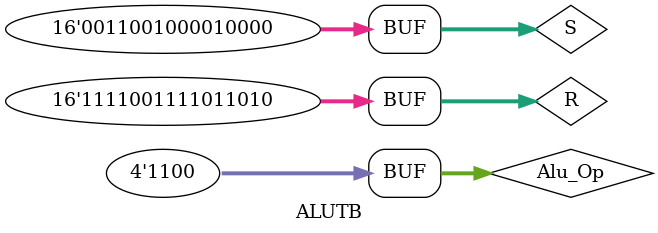
<source format=v>
`timescale 1ns / 1ps
/****************************** C E C S  3 0 1 ******************************
 * 
 * File Name:  ALUTB.v
 * Project:    lab6
 * Designer:   Blas Arras and Naoaki Takatsu
 * Email:      blas.arras@yahoo.com
 *	            naoakitatkatsu@student.csulb.edu
 * Rev. No.:   Version 1.0
 * Rev. Date:  04/09/2017
 *
 * Purpose:    This is the ALU test bench to exhaustively test the module
 *					with various non zero inputs.
 *         
 * Notes:      This module will place the ALU module under test with various
 *					non zero numbers. The module will first create the module, 
 *					then it will process various functions by inputting various
 *				   4 bit symbols through the Alu_Op. It will run each process 
 *					twice with different 16 bit signals running through the
 *					R and S inputs. It will then pass 38 ns. The default case
 *					will take care of any other case.
 *
 ****************************************************************************/
module ALUTB;

	// Inputs
	reg [15:0] R;
	reg [15:0] S;
	reg [3:0] Alu_Op;

	// Outputs
	wire [15:0] Y;
	wire N;
	wire Z;
	wire C;

	// Instantiate the Unit Under Test (UUT)
	alu16 uut (
		.R(R), 
		.S(S), 
		.Alu_Op(Alu_Op), 
		.Y(Y), 
		.N(N), 
		.Z(Z), 
		.C(C)
	);
		
	initial begin
		//Function: 0 (PASS S) 
		R = 16'h1234;  S = 16'h5555; //Output: 5555
		Alu_Op = 4'b0000; //Z= 0, N= 0, C=0
		#38;
		R = 16'hAAAA;  S = 16'h5678; //Output: 5678
		Alu_Op = 4'b0000;	//Z= 0, N= 0, C=0
		#38;
		
		//Function: 1 (PASS R)
		R = 16'h9645;  S = 16'hBCAF; //Output: 9645
		Alu_Op = 4'b0001; //Z= 0, N= 1, C=0
		#38;
		R = 16'h9ABC;  S = 16'h6342; //Output: 9ABC
		Alu_Op = 4'b0001; //Z= 0, N= 1, C=0
		#38;
		
		//Function: 2 (INCREMENT S)
		R = 16'hAF23;  S = 16'h32FC; //Output: 32FD
		Alu_Op = 4'b0010; //Z= 0, N= 0, C=0
		#38;
		R = 16'h924B;  S = 16'h6C43; //Output: 6C44
		Alu_Op = 4'b0010; //Z= 0, N= 0, C=0
		#38;
		
		//Function: 3 (DECREMENT S)
		R = 16'hADC2;  S = 16'hF235; //Output: F234
		Alu_Op = 4'b0011; //Z= 0, N= 1, C=0
		#38;
		R = 16'h62DC;  S = 16'h5DC2; //Output: 5DC1
		Alu_Op = 4'b0011; //Z= 0, N= 0, C=0
		#38;
		
		//Function: 4 (ADD)
		R = 16'h53DC;  S = 16'h23CA; //Output: 77A6
		Alu_Op = 4'b0100; //Z= 0, N= 0, C=0
		#38;
		R = 16'hBC45;  S = 16'h86AB; //Output: 42F0 
		Alu_Op = 4'b0100; //Z= 0, N= 0, C=1
		#38;
		
		//Function: 5 (SUBTRACT)
		R = 16'h7E23;  S = 16'h3FCA; //Output: 3E59
		Alu_Op = 4'b0101; //Z= 0, N= 0, C=0
		#38;
		R = 16'hBD53;  S = 16'h5555; //Output: 67FE
		Alu_Op = 4'b0101; //Z= 0, N= 0, C=0
		#38;
		
		//Function: 6 (RIGHT SHIFT S)
		R = 16'h5353;  S = 16'hDCCE; //Output: 6E67
		Alu_Op = 4'b0110; //Z= 0, N= 0, C=0
		#38;
		R = 16'hBBBB;  S = 16'h1111; //Output: 0888
		Alu_Op = 4'b0110; //Z= 0, N= 0, C=1
		#38;
		
		//Function: 7 (LEFT SHIFT S)
		R = 16'hBA85;  S = 16'h3D52; //Output: 7AA4
		Alu_Op = 4'b0111; //Z= 0, N= 0, C=0
		#38;
		R = 16'hEF23;  S = 16'h8B72; //Output: 16E4
		Alu_Op = 4'b0111; //Z= 0, N= 0, C=1
		#38; 
		
		//Function: 8 (LOGIC AND)
		R = 16'hC314;  S = 16'hD031; //Output: C010
		Alu_Op = 4'b1000; //Z= 0, N= 1, C=0
		#38;
		R = 16'hDDDD;  S = 16'h6666; //Output: 4444
		Alu_Op = 4'b1000; //Z= 0, N= 0, C=0
		#38;
		
		//Function: 9 (LOGIC OR)
		R = 16'h7777;  S = 16'hEABD; //Output: FFFF
		Alu_Op = 4'b1001; //Z= 0, N= 1, C=0
		#38;
		R = 16'hBDC9;  S = 16'h5555; //Output: FDDD
		Alu_Op = 4'b1001; //Z= 0, N= 1, C=0
		#38; 
		
		//Function: 10 (LOGIC XOR)
		R = 16'h0000;  S = 16'hBDCA; //Output: BDCA
		Alu_Op = 4'b1010; //Z= 0, N= 1, C=0
		#38;
		R = 16'h7171;  S = 16'h6363; //Output: 1212
		Alu_Op = 4'b1010; //Z= 0, N= 0, C=0
		#38;
		
		//Function: 11 (LOGIC NOT S (1'S COMP))
		R = 16'hEFEF;  S = 16'h43DA; //Output: BC25
		Alu_Op = 4'b1011; //Z= 0, N= 1, C=0
		#38;
		R = 16'h65AD;  S = 16'h9999; //Output: 6666
		Alu_Op = 4'b1011; //Z= 0, N= 0, C=0
		#38;
		
		//Function: 12 (NEGATE S (2'S COMP))
		R = 16'h642D;  S = 16'hDF52; //Output: 20AE
		Alu_Op = 4'b1100; //Z= 0, N= 0, C=1
		#38;
		R = 16'hF3DA;  S = 16'h3210; //Output: CDF0
		Alu_Op = 4'b1100; //Z= 0, N= 1, C=1
	end
      
endmodule


</source>
